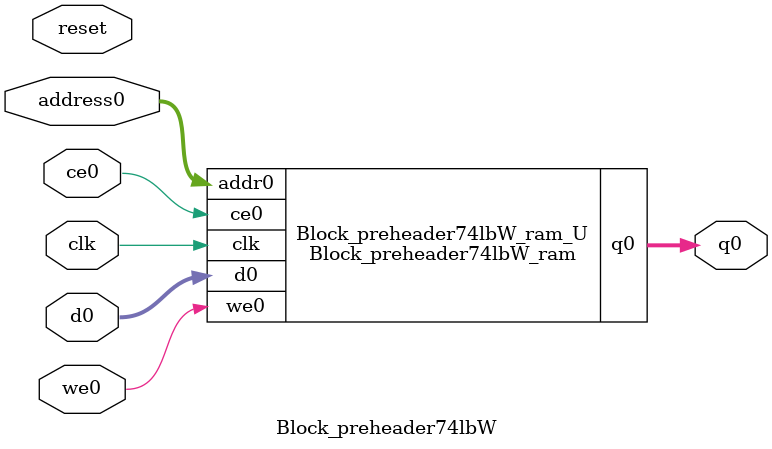
<source format=v>
`timescale 1 ns / 1 ps
module Block_preheader74lbW_ram (addr0, ce0, d0, we0, q0,  clk);

parameter DWIDTH = 5;
parameter AWIDTH = 14;
parameter MEM_SIZE = 13284;

input[AWIDTH-1:0] addr0;
input ce0;
input[DWIDTH-1:0] d0;
input we0;
output reg[DWIDTH-1:0] q0;
input clk;

(* ram_style = "block" *)reg [DWIDTH-1:0] ram[0:MEM_SIZE-1];




always @(posedge clk)  
begin 
    if (ce0) begin
        if (we0) 
            ram[addr0] <= d0; 
        q0 <= ram[addr0];
    end
end


endmodule

`timescale 1 ns / 1 ps
module Block_preheader74lbW(
    reset,
    clk,
    address0,
    ce0,
    we0,
    d0,
    q0);

parameter DataWidth = 32'd5;
parameter AddressRange = 32'd13284;
parameter AddressWidth = 32'd14;
input reset;
input clk;
input[AddressWidth - 1:0] address0;
input ce0;
input we0;
input[DataWidth - 1:0] d0;
output[DataWidth - 1:0] q0;



Block_preheader74lbW_ram Block_preheader74lbW_ram_U(
    .clk( clk ),
    .addr0( address0 ),
    .ce0( ce0 ),
    .we0( we0 ),
    .d0( d0 ),
    .q0( q0 ));

endmodule


</source>
